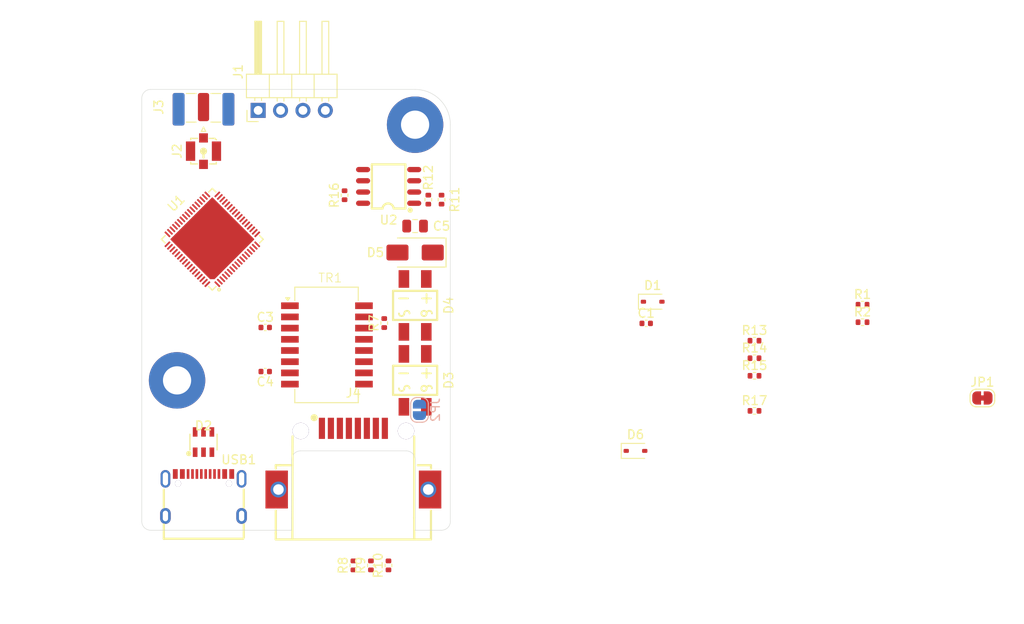
<source format=kicad_pcb>
(kicad_pcb (version 20240108) (generator "pcbnew") (generator_version "8.0")
  (layers (0 "F.Cu" signal) (31 "B.Cu" signal) (34 "B.Paste" user) (35 "F.Paste" user) (36 "B.SilkS" user "B.Silkscreen") (37 "F.SilkS" user "F.Silkscreen") (38 "B.Mask" user) (39 "F.Mask" user) (44 "Edge.Cuts" user))
  (net 0 "")
  (net 8 "Net-(U1-VDD-Pad32)")
  (net 24 "Net-(U1-VIO-Pad17)")
  (net 36 "Net-(U1-VSS-Pad18)")
  (net 72 "GND")
  (net 73 "+3V3")
  (net 74 "/Ethernet and POE/ETH_POE_P")
  (net 75 "/Ethernet and POE/ETH_POE_N")
  (net 76 "/Ethernet and POE/ETH_TX1")
  (net 77 "/Ethernet and POE/ETH_RX1")
  (net 78 "/Ethernet and POE/V_POE")
  (net 79 "SHIELD")
  (net 80 "/Ethernet and POE/ETH_D_ISO_TX_N")
  (net 81 "/Ethernet and POE/ETH_D_ISO_TX_P")
  (net 82 "/Ethernet and POE/ETH_D_ISO_RX_N")
  (net 83 "/Ethernet and POE/ETH_D_ISO_RX_P")
  (net 84 "Net-(USB1-CC2)")
  (net 85 "Net-(USB1-CC1)")
  (net 86 "/Ethernet and POE/ETH_D_TX_N")
  (net 87 "/Ethernet and POE/ETH_D_TX_P")
  (net 88 "/Ethernet and POE/ETH_D_RX_P")
  (net 89 "/Ethernet and POE/ETH_D_RX_N")
  (net 91 "+5V_USB")
  (net 94 "/USB_D_CONN_N")
  (net 95 "/USB_D_CONN_P")
  (net 96 "/USB_D_N")
  (net 97 "/USB_D_P")
  (net 99 "/Ethernet and POE/ETH_RX2")
  (net 100 "/Ethernet and POE/ETH_TX2")
  (net 106 "/Ethernet and POE/POE_READY")
  (net 109 "/Ethernet and POE/ETH_POE_DET")
  (net 110 "/Ethernet and POE/ETH_POE_CLASS")
  (net 111 "/Power/V_POE")
  (net 112 "/Ethernet and POE/ETH_BOB_SMITH")
  (footprint "Resistor_SMD:R_0402_1005Metric" (layer "F.Cu") (at 154 133.99 90)
    (property "Reference" "R8" (at 0 -1.17 90) (layer "F.SilkS"))
    (property "Value" "75")
    (fp_line (start -0.153641 -0.38) (end 0.153641 -0.38) (stroke (width 0.12)) (layer "F.SilkS"))
    (fp_line (start -0.153641 0.38) (end 0.153641 0.38) (stroke (width 0.12)) (layer "F.SilkS"))
    (pad "1" smd roundrect (at -0.51 0 90) (size 0.54 0.64) (layers "F.Cu" "F.Paste" "F.Mask") (net 100 "/Ethernet and POE/ETH_TX2"))
    (pad "2" smd roundrect (at 0.51 0 90) (size 0.54 0.64) (layers "F.Cu" "F.Paste" "F.Mask") (net 112 "/Ethernet and POE/ETH_BOB_SMITH"))
  )
  (footprint "Diode_SMD:D_SOD-323" (layer "F.Cu") (at 187.95 104.08)
    (property "Reference" "D1" (at 0 -1.85 0) (layer "F.SilkS"))
    (property "Value" "D_Schottky")
    (fp_line (start -1.61 -0.85) (end -1.61 0.85) (stroke (width 0.12)) (layer "F.SilkS"))
    (fp_line (start -1.61 -0.85) (end 1.05 -0.85) (stroke (width 0.12)) (layer "F.SilkS"))
    (fp_line (start -1.61 0.85) (end 1.05 0.85) (stroke (width 0.12)) (layer "F.SilkS"))
    (pad "1" smd roundrect (at -1.05 0) (size 0.6 0.45) (layers "F.Cu" "F.Paste" "F.Mask"))
    (pad "2" smd roundrect (at 1.05 0) (size 0.6 0.45) (layers "F.Cu" "F.Paste" "F.Mask"))
  )
  (footprint "MountingHole:MountingHole_3.2mm_M3_Pad" (layer "F.Cu") (at 161 84)
    (property "Reference" "H1" (hide yes))
    (property "Value" "MountingHole_Pad")
    (pad "1" thru_hole circle (at 0 0) (size 6.4 6.4) (drill 3.2) (layers "*.Cu" "*.Mask"))
  )
  (footprint "Resistor_SMD:R_0402_1005Metric" (layer "F.Cu") (at 199.5 110.49)
    (property "Reference" "R14" (at 0 -1.17 0) (layer "F.SilkS"))
    (property "Value" "49.9")
    (fp_line (start -0.153641 -0.38) (end 0.153641 -0.38) (stroke (width 0.12)) (layer "F.SilkS"))
    (fp_line (start -0.153641 0.38) (end 0.153641 0.38) (stroke (width 0.12)) (layer "F.SilkS"))
    (pad "1" smd roundrect (at -0.51 0) (size 0.54 0.64) (layers "F.Cu" "F.Paste" "F.Mask"))
    (pad "2" smd roundrect (at 0.51 0) (size 0.54 0.64) (layers "F.Cu" "F.Paste" "F.Mask"))
  )
  (footprint "uPTP:SOP-8_L4.9-W3.9-P1.27-LS6.0-TL" (layer "F.Cu") (at 158 91 180)
    (property "Reference" "U2" (at 0 -3.81 360) (layer "F.SilkS"))
    (property "Value" "TMI7301")
    (fp_line (start 1.9 2.5) (end 1.9 -2.5) (stroke (width 0.25)) (layer "F.SilkS"))
    (fp_line (start 1.9 -2.5) (end 0.71 -2.5) (stroke (width 0.25)) (layer "F.SilkS"))
    (fp_line (start -1.9 2.5) (end 1.9 2.5) (stroke (width 0.25)) (layer "F.SilkS"))
    (fp_line (start -1.9 2.5) (end -1.9 -2.5) (stroke (width 0.25)) (layer "F.SilkS"))
    (fp_line (start -1.9 -2.51) (end -0.58 -2.5) (stroke (width 0.25)) (layer "F.SilkS"))
    (fp_arc (start 0.702535 -2.510365) (mid 0.070261 -1.933784) (end -0.58 -2.49) (stroke (width 0.25)) (layer "F.SilkS"))
    (fp_arc (start -2.44 -2.69) (mid -2.44 -2.69) (end -2.44 -2.69) (stroke (width 0.3)) (layer "F.SilkS"))
    (pad "1" smd oval (at -2.9 -1.91 270) (size 0.6 1.6) (layers "F.Cu" "F.Paste" "F.Mask") (net 75 "/Ethernet and POE/ETH_POE_N"))
    (pad "2" smd oval (at -2.9 -0.64 270) (size 0.6 1.6) (layers "F.Cu" "F.Paste" "F.Mask") (net 110 "/Ethernet and POE/ETH_POE_CLASS"))
    (pad "3" smd oval (at -2.9 0.64 270) (size 0.6 1.6) (layers "F.Cu" "F.Paste" "F.Mask") (net 109 "/Ethernet and POE/ETH_POE_DET"))
    (pad "4" smd oval (at -2.9 1.91 270) (size 0.6 1.6) (layers "F.Cu" "F.Paste" "F.Mask") (net 75 "/Ethernet and POE/ETH_POE_N"))
    (pad "5" smd oval (at 2.9 1.91 270) (size 0.6 1.6) (layers "F.Cu" "F.Paste" "F.Mask") (net 72 "GND"))
    (pad "6" smd oval (at 2.9 0.64 270) (size 0.6 1.6) (layers "F.Cu" "F.Paste" "F.Mask") (net 106 "/Ethernet and POE/POE_READY"))
    (pad "7" smd oval (at 2.9 -0.64 270) (size 0.6 1.6) (layers "F.Cu" "F.Paste" "F.Mask"))
    (pad "8" smd oval (at 2.9 -1.91 270) (size 0.6 1.6) (layers "F.Cu" "F.Paste" "F.Mask") (net 74 "/Ethernet and POE/ETH_POE_P"))
  )
  (footprint "MountingHole:MountingHole_3.2mm_M3_Pad" (layer "F.Cu") (at 134 113)
    (property "Reference" "H2" (hide yes))
    (property "Value" "MountingHole_Pad")
    (pad "1" thru_hole circle (at 0 0) (size 6.4 6.4) (drill 3.2) (layers "*.Cu" "*.Mask"))
  )
  (footprint "Resistor_SMD:R_0402_1005Metric" (layer "F.Cu") (at 211.755 104.414999)
    (property "Reference" "R1" (at 0 -1.17 0) (layer "F.SilkS"))
    (property "Value" "5.1k")
    (fp_line (start -0.153641 -0.38) (end 0.153641 -0.38) (stroke (width 0.12)) (layer "F.SilkS"))
    (fp_line (start -0.153641 0.38) (end 0.153641 0.38) (stroke (width 0.12)) (layer "F.SilkS"))
    (pad "1" smd roundrect (at -0.51 0) (size 0.54 0.64) (layers "F.Cu" "F.Paste" "F.Mask") (net 84 "Net-(USB1-CC2)"))
    (pad "2" smd roundrect (at 0.51 0) (size 0.54 0.64) (layers "F.Cu" "F.Paste" "F.Mask") (net 72 "GND"))
  )
  (footprint "Capacitor_SMD:C_0402_1005Metric" (layer "F.Cu") (at 144 107)
    (property "Reference" "C3" (at 0 -1.16 0) (layer "F.SilkS"))
    (property "Value" "100n")
    (fp_line (start -0.107836 -0.36) (end 0.107836 -0.36) (stroke (width 0.12)) (layer "F.SilkS"))
    (fp_line (start -0.107836 0.36) (end 0.107836 0.36) (stroke (width 0.12)) (layer "F.SilkS"))
    (pad "1" smd roundrect (at -0.48 0) (size 0.56 0.62) (layers "F.Cu" "F.Paste" "F.Mask") (net 73 "+3V3"))
    (pad "2" smd roundrect (at 0.48 0) (size 0.56 0.62) (layers "F.Cu" "F.Paste" "F.Mask") (net 72 "GND"))
  )
  (footprint "uPTP:B1608S" (layer "F.Cu") (at 151 109)
    (property "Reference" "TR1" (at 0.375 -7.62 0) (layer "F.SilkS") (effects (font (thickness 0.1))))
    (property "Value" "~")
    (fp_line (start -3.645 -6.57) (end 3.555 -6.57) (stroke (width 0.12)) (layer "F.SilkS"))
    (fp_line (start -3.645 -5.045) (end -3.645 -6.57) (stroke (width 0.12)) (layer "F.SilkS"))
    (fp_line (start -3.645 5.005) (end -3.645 6.53) (stroke (width 0.12)) (layer "F.SilkS"))
    (fp_line (start -3.645 6.53) (end 3.555 6.53) (stroke (width 0.12)) (layer "F.SilkS"))
    (fp_line (start 3.555 -6.57) (end 3.555 -5.045) (stroke (width 0.12)) (layer "F.SilkS"))
    (fp_line (start 3.555 6.53) (end 3.555 5.005) (stroke (width 0.12)) (layer "F.SilkS"))
    (fp_poly (pts (xy -4.445 -5.045) (xy -4.685 -5.375) (xy -4.205 -5.375) (xy -4.445 -5.045)) (stroke (width 0.12)) (fill solid) (layer "F.SilkS"))
    (pad "1" smd rect (at -4.2 -4.465) (size 2 0.76) (layers "F.Cu" "F.Paste" "F.Mask") (net 87 "/Ethernet and POE/ETH_D_TX_P"))
    (pad "2" smd rect (at -4.2 -3.195) (size 2 0.76) (layers "F.Cu" "F.Paste" "F.Mask") (net 73 "+3V3"))
    (pad "3" smd rect (at -4.2 -1.925) (size 2 0.76) (layers "F.Cu" "F.Paste" "F.Mask") (net 86 "/Ethernet and POE/ETH_D_TX_N"))
    (pad "4" smd rect (at -4.2 -0.655) (size 2 0.76) (layers "F.Cu" "F.Paste" "F.Mask"))
    (pad "5" smd rect (at -4.2 0.615) (size 2 0.76) (layers "F.Cu" "F.Paste" "F.Mask"))
    (pad "6" smd rect (at -4.2 1.885) (size 2 0.76) (layers "F.Cu" "F.Paste" "F.Mask") (net 88 "/Ethernet and POE/ETH_D_RX_P"))
    (pad "7" smd rect (at -4.2 3.155) (size 2 0.76) (layers "F.Cu" "F.Paste" "F.Mask") (net 73 "+3V3"))
    (pad "8" smd rect (at -4.2 4.425) (size 2 0.76) (layers "F.Cu" "F.Paste" "F.Mask") (net 89 "/Ethernet and POE/ETH_D_RX_N"))
    (pad "9" smd rect (at 4.2 4.425) (size 2 0.76) (layers "F.Cu" "F.Paste" "F.Mask") (net 82 "/Ethernet and POE/ETH_D_ISO_RX_N"))
    (pad "10" smd rect (at 4.2 3.155) (size 2 0.76) (layers "F.Cu" "F.Paste" "F.Mask") (net 77 "/Ethernet and POE/ETH_RX1"))
    (pad "11" smd rect (at 4.2 1.885) (size 2 0.76) (layers "F.Cu" "F.Paste" "F.Mask") (net 83 "/Ethernet and POE/ETH_D_ISO_RX_P"))
    (pad "12" smd rect (at 4.2 0.615) (size 2 0.76) (layers "F.Cu" "F.Paste" "F.Mask"))
    (pad "13" smd rect (at 4.2 -0.655) (size 2 0.76) (layers "F.Cu" "F.Paste" "F.Mask"))
    (pad "14" smd rect (at 4.2 -1.925) (size 2 0.76) (layers "F.Cu" "F.Paste" "F.Mask") (net 80 "/Ethernet and POE/ETH_D_ISO_TX_N"))
    (pad "15" smd rect (at 4.2 -3.195) (size 2 0.76) (layers "F.Cu" "F.Paste" "F.Mask") (net 76 "/Ethernet and POE/ETH_TX1"))
    (pad "16" smd rect (at 4.2 -4.465) (size 2 0.76) (layers "F.Cu" "F.Paste" "F.Mask") (net 81 "/Ethernet and POE/ETH_D_ISO_TX_P"))
  )
  (footprint "Connector_Coaxial:SMA_Samtec_SMA-J-P-H-ST-EM1_EdgeMount" (layer "F.Cu") (at 137 82 90)
    (property "Reference" "J3" (at 0 -5.08 90) (layer "F.SilkS"))
    (property "Value" "PPS_SMA")
    (fp_line (start 1.54 -0.84) (end 1.54 -1.95) (stroke (width 0.12)) (layer "F.SilkS"))
    (fp_line (start -1.71 -0.84) (end -1.71 -1.95) (stroke (width 0.12)) (layer "F.SilkS"))
    (fp_line (start -2.76 -0.25) (end -2.76 0.25) (stroke (width 0.12)) (layer "F.SilkS"))
    (fp_line (start -2.26 0) (end -2.76 -0.25) (stroke (width 0.12)) (layer "F.SilkS"))
    (fp_line (start -2.76 0.25) (end -2.26 0) (stroke (width 0.12)) (layer "F.SilkS"))
    (fp_line (start 1.54 1.95) (end 1.54 0.84) (stroke (width 0.12)) (layer "F.SilkS"))
    (fp_line (start -1.71 1.95) (end -1.71 0.84) (stroke (width 0.12)) (layer "F.SilkS"))
    (pad "1" smd roundrect (at 0 0 180) (size 1.27 3.2) (layers "F.Cu" "F.Mask") (roundrect_rratio 0.1968503937))
    (pad "2" smd roundrect (at -0.25 -2.825 180) (size 1.35 3.7) (layers "F.Cu" "F.Mask") (roundrect_rratio 0.1851851852))
    (pad "2" smd roundrect (at -0.25 -2.825 180) (size 1.35 3.7) (layers "B.Cu" "B.Mask") (roundrect_rratio 0.1851851852))
    (pad "2" smd roundrect (at -0.25 2.825 180) (size 1.35 3.7) (layers "F.Cu" "F.Mask") (roundrect_rratio 0.1851851852))
    (pad "2" smd roundrect (at -0.25 2.825 180) (size 1.35 3.7) (layers "B.Cu" "B.Mask") (roundrect_rratio 0.1851851852))
  )
  (footprint "Resistor_SMD:R_0402_1005Metric" (layer "F.Cu") (at 155.99 133.99 90)
    (property "Reference" "R9" (at 0 -1.17 90) (layer "F.SilkS"))
    (property "Value" "75")
    (fp_line (start -0.153641 -0.38) (end 0.153641 -0.38) (stroke (width 0.12)) (layer "F.SilkS"))
    (fp_line (start -0.153641 0.38) (end 0.153641 0.38) (stroke (width 0.12)) (layer "F.SilkS"))
    (pad "1" smd roundrect (at -0.51 0 90) (size 0.54 0.64) (layers "F.Cu" "F.Paste" "F.Mask") (net 76 "/Ethernet and POE/ETH_TX1"))
    (pad "2" smd roundrect (at 0.51 0 90) (size 0.54 0.64) (layers "F.Cu" "F.Paste" "F.Mask") (net 112 "/Ethernet and POE/ETH_BOB_SMITH"))
  )
  (footprint "uPTP:SOT-23-6_L2.9-W1.6-P0.95-LS2.8-BL" (layer "F.Cu") (at 137 120)
    (property "Reference" "D2" (at 0 -1.85 0) (layer "F.SilkS"))
    (property "Value" "USBLC6-2SC6")
    (fp_line (start -1.54 0.89) (end -1.54 -0.89) (stroke (width 0.15)) (layer "F.SilkS"))
    (fp_line (start 1.54 0.89) (end 1.54 -0.89) (stroke (width 0.15)) (layer "F.SilkS"))
    (fp_circle (center -1.67 1.3) (end -1.52 1.3) (stroke (width 0.3)) (fill none) (layer "F.SilkS"))
    (pad "1" smd rect (at -0.95 1.15) (size 0.53 1.07) (layers "F.Cu" "F.Paste" "F.Mask") (net 94 "/USB_D_CONN_N"))
    (pad "2" smd rect (at 0 1.15) (size 0.53 1.07) (layers "F.Cu" "F.Paste" "F.Mask") (net 72 "GND"))
    (pad "3" smd rect (at 0.95 1.15) (size 0.53 1.07) (layers "F.Cu" "F.Paste" "F.Mask") (net 95 "/USB_D_CONN_P"))
    (pad "4" smd rect (at 0.95 -1.15) (size 0.53 1.07) (layers "F.Cu" "F.Paste" "F.Mask") (net 97 "/USB_D_P"))
    (pad "5" smd rect (at 0 -1.15) (size 0.53 1.07) (layers "F.Cu" "F.Paste" "F.Mask") (net 91 "+5V_USB"))
    (pad "6" smd rect (at -0.95 -1.15) (size 0.53 1.07) (layers "F.Cu" "F.Paste" "F.Mask") (net 96 "/USB_D_N"))
  )
  (footprint "Resistor_SMD:R_0402_1005Metric" (layer "F.Cu") (at 162.5 92.5 -90)
    (property "Reference" "R12" (at -2.5 0 90) (layer "F.SilkS"))
    (property "Value" "1k")
    (fp_line (start -0.153641 0.38) (end 0.153641 0.38) (stroke (width 0.12)) (layer "F.SilkS"))
    (fp_line (start -0.153641 -0.38) (end 0.153641 -0.38) (stroke (width 0.12)) (layer "F.SilkS"))
    (pad "1" smd roundrect (at -0.51 0 270) (size 0.54 0.64) (layers "F.Cu" "F.Paste" "F.Mask") (net 110 "/Ethernet and POE/ETH_POE_CLASS"))
    (pad "2" smd roundrect (at 0.51 0 270) (size 0.54 0.64) (layers "F.Cu" "F.Paste" "F.Mask") (net 75 "/Ethernet and POE/ETH_POE_N"))
  )
  (footprint "uPTP:IPEX-SMD_HC-RF-IPEX0303-01" (layer "F.Cu") (at 137 87)
    (property "Reference" "J2" (at -3 0 90) (layer "F.SilkS"))
    (property "Value" "PPS_UFL")
    (fp_line (start -1.45 -1.45) (end -1.4 -1.45) (stroke (width 0.15)) (layer "F.SilkS"))
    (fp_line (start -1.45 -1.4) (end -1.45 -1.45) (stroke (width 0.15)) (layer "F.SilkS"))
    (fp_line (start -1.45 -1.28) (end -1.45 -1.4) (stroke (width 0.15)) (layer "F.SilkS"))
    (fp_line (start -1.45 1.3) (end -1.45 1.28) (stroke (width 0.15)) (layer "F.SilkS"))
    (fp_line (start -1.45 1.3) (end -1.45 1.45) (stroke (width 0.15)) (layer "F.SilkS"))
    (fp_line (start -1.45 1.45) (end -0.7 1.45) (stroke (width 0.15)) (layer "F.SilkS"))
    (fp_line (start -0.68 -1.45) (end -1.4 -1.45) (stroke (width 0.15)) (layer "F.SilkS"))
    (fp_line (start 0 0.3) (end 0 0.75) (stroke (width 0.25)) (layer "F.SilkS"))
    (fp_line (start 0.65 -1.45) (end 1.1 -1.45) (stroke (width 0.15)) (layer "F.SilkS"))
    (fp_line (start 0.7 1.45) (end 1.1 1.45) (stroke (width 0.15)) (layer "F.SilkS"))
    (fp_line (start 1.1 -1.45) (end 1.28 -1.45) (stroke (width 0.15)) (layer "F.SilkS"))
    (fp_line (start 1.1 1.45) (end 1.45 1.45) (stroke (width 0.15)) (layer "F.SilkS"))
    (fp_line (start 1.28 -1.45) (end 1.45 -1.28) (stroke (width 0.15)) (layer "F.SilkS"))
    (fp_line (start 1.45 -1.28) (end 1.28 -1.45) (stroke (width 0.15)) (layer "F.SilkS"))
    (fp_line (start 1.45 -1.28) (end 1.45 -1.28) (stroke (width 0.15)) (layer "F.SilkS"))
    (fp_line (start 1.45 1.3) (end 1.45 1.28) (stroke (width 0.15)) (layer "F.SilkS"))
    (fp_line (start 1.45 1.45) (end 1.45 1.3) (stroke (width 0.15)) (layer "F.SilkS"))
    (fp_circle (center 0 0) (end 0.2 0) (stroke (width 0.4)) (fill none) (layer "F.SilkS"))
    (pad "1" smd rect (at 0 -1.5 180) (size 1 1.05) (layers "F.Cu" "F.Paste" "F.Mask"))
    (pad "1" smd rect (at 0 1.5) (size 1 1.05) (layers "F.Cu" "F.Paste" "F.Mask"))
    (pad "2" smd rect (at -1.47 0) (size 1.05 2.2) (layers "F.Cu" "F.Paste" "F.Mask"))
    (pad "2" smd rect (at 1.47 0) (size 1.05 2.2) (layers "F.Cu" "F.Paste" "F.Mask"))
  )
  (footprint "uPTP:DIO-BG-SMD_4P-L4.9-W4.0-P2.54-LS7.0-BR" (layer "F.Cu") (at 161 113 -90)
    (property "Reference" "D3" (at 0 -3.81 90) (layer "F.SilkS"))
    (property "Value" "MB10F_C2491")
    (fp_line (start -1.65 2.5) (end -1.65 -2.5) (stroke (width 0.25)) (layer "F.SilkS"))
    (fp_line (start 1.65 2.5) (end -1.65 2.5) (stroke (width 0.25)) (layer "F.SilkS"))
    (fp_line (start -0.8 1.8) (end -0.8 0.8) (stroke (width 0.2)) (layer "F.SilkS"))
    (fp_line (start -0.8 -0.8) (end -0.8 -1.8) (stroke (width 0.2)) (layer "F.SilkS"))
    (fp_line (start -0.3 -1.3) (end -1.3 -1.3) (stroke (width 0.2)) (layer "F.SilkS"))
    (fp_line (start -1.65 -2.5) (end 1.65 -2.5) (stroke (width 0.25)) (layer "F.SilkS"))
    (fp_line (start 1.65 -2.5) (end 1.65 2.5) (stroke (width 0.25)) (layer "F.SilkS"))
    (fp_arc (start 0.91 1.23) (mid 1.21 1.53) (end 0.91 1.83) (stroke (width 0.2)) (layer "F.SilkS"))
    (fp_arc (start 0.91 1.23) (mid 0.61 0.93) (end 0.91 0.63) (stroke (width 0.2)) (layer "F.SilkS"))
    (fp_arc (start 0.915236 -1.309954) (mid 0.907382 -0.710012) (end 0.91 -1.31) (stroke (width 0.2)) (layer "F.SilkS"))
    (fp_arc (start 0.91 -1.31) (mid 0.61 -1.61) (end 0.91 -1.91) (stroke (width 0.2)) (layer "F.SilkS"))
    (pad "1" smd rect (at -3 -1.27) (size 1.2 2) (layers "F.Cu" "F.Paste" "F.Mask") (net 74 "/Ethernet and POE/ETH_POE_P"))
    (pad "2" smd rect (at 3 -1.27) (size 1.2 2) (layers "F.Cu" "F.Paste" "F.Mask") (net 76 "/Ethernet and POE/ETH_TX1"))
    (pad "3" smd rect (at -3 1.27) (size 1.2 2) (layers "F.Cu" "F.Paste" "F.Mask") (net 75 "/Ethernet and POE/ETH_POE_N"))
    (pad "4" smd rect (at 3 1.27) (size 1.2 2) (layers "F.Cu" "F.Paste" "F.Mask") (net 100 "/Ethernet and POE/ETH_TX2"))
  )
  (footprint "Jumper:SolderJumper-2_P1.3mm_Bridged_RoundedPad1.0x1.5mm" (layer "F.Cu") (at 225.35 115)
    (property "Reference" "JP1" (at 0 -1.8 0) (layer "F.SilkS"))
    (property "Value" "POE_ENABLE")
    (fp_poly (pts (xy 0.25 -0.3) (xy -0.25 -0.3) (xy -0.25 0.3) (xy 0.25 0.3)) (fill solid) (layer "F.Cu"))
    (fp_line (start -1.4 0.3) (end -1.4 -0.3) (stroke (width 0.12)) (layer "F.SilkS"))
    (fp_line (start -0.7 -1) (end 0.7 -1) (stroke (width 0.12)) (layer "F.SilkS"))
    (fp_line (start 0.7 1) (end -0.7 1) (stroke (width 0.12)) (layer "F.SilkS"))
    (fp_line (start 1.4 -0.3) (end 1.4 0.3) (stroke (width 0.12)) (layer "F.SilkS"))
    (fp_arc (start -1.4 -0.3) (mid -1.194975 -0.794975) (end -0.7 -1) (stroke (width 0.12)) (layer "F.SilkS"))
    (fp_arc (start -0.7 1) (mid -1.194975 0.794975) (end -1.4 0.3) (stroke (width 0.12)) (layer "F.SilkS"))
    (fp_arc (start 0.7 -1) (mid 1.194975 -0.794975) (end 1.4 -0.3) (stroke (width 0.12)) (layer "F.SilkS"))
    (fp_arc (start 1.4 0.3) (mid 1.194975 0.794975) (end 0.7 1) (stroke (width 0.12)) (layer "F.SilkS"))
    (pad "1" smd custom (at -0.65 0) (size 1 0.5) (layers "F.Cu" "F.Mask") (net 78 "/Ethernet and POE/V_POE") (options (clearance outline) (anchor rect)) (primitives (gr_circle (center 0 0.25) (end 0.5 0.25) (width 0) (fill yes)) (gr_circle (center 0 -0.25) (end 0.5 -0.25) (width 0) (fill yes)) (gr_poly (pts (xy 0.5 0.75) (xy 0 0.75) (xy 0 -0.75) (xy 0.5 -0.75)) (width 0) (fill yes))))
    (pad "2" smd custom (at 0.65 0) (size 1 0.5) (layers "F.Cu" "F.Mask") (net 111 "/Power/V_POE") (options (clearance outline) (anchor rect)) (primitives (gr_circle (center 0 0.25) (end 0.5 0.25) (width 0) (fill yes)) (gr_circle (center 0 -0.25) (end 0.5 -0.25) (width 0) (fill yes)) (gr_poly (pts (xy 0 0.75) (xy -0.5 0.75) (xy -0.5 -0.75) (xy 0 -0.75)) (width 0) (fill yes))))
  )
  (footprint "Resistor_SMD:R_0402_1005Metric" (layer "F.Cu") (at 199.5 116.46)
    (property "Reference" "R17" (at 0 -1.17 0) (layer "F.SilkS"))
    (property "Value" "49.9")
    (fp_line (start -0.153641 -0.38) (end 0.153641 -0.38) (stroke (width 0.12)) (layer "F.SilkS"))
    (fp_line (start -0.153641 0.38) (end 0.153641 0.38) (stroke (width 0.12)) (layer "F.SilkS"))
    (pad "1" smd roundrect (at -0.51 0) (size 0.54 0.64) (layers "F.Cu" "F.Paste" "F.Mask"))
    (pad "2" smd roundrect (at 0.51 0) (size 0.54 0.64) (layers "F.Cu" "F.Paste" "F.Mask"))
  )
  (footprint "Resistor_SMD:R_0402_1005Metric" (layer "F.Cu") (at 157.98 133.99 90)
    (property "Reference" "R10" (at 0 -1.17 90) (layer "F.SilkS"))
    (property "Value" "75")
    (fp_line (start -0.153641 -0.38) (end 0.153641 -0.38) (stroke (width 0.12)) (layer "F.SilkS"))
    (fp_line (start -0.153641 0.38) (end 0.153641 0.38) (stroke (width 0.12)) (layer "F.SilkS"))
    (pad "1" smd roundrect (at -0.51 0 90) (size 0.54 0.64) (layers "F.Cu" "F.Paste" "F.Mask") (net 77 "/Ethernet and POE/ETH_RX1"))
    (pad "2" smd roundrect (at 0.51 0 90) (size 0.54 0.64) (layers "F.Cu" "F.Paste" "F.Mask") (net 112 "/Ethernet and POE/ETH_BOB_SMITH"))
  )
  (footprint "Connector_PinHeader_2.54mm:PinHeader_1x04_P2.54mm_Horizontal" (layer "F.Cu") (at 143.2 82.375 90)
    (property "Reference" "J1" (at 4.385 -2.27 90) (layer "F.SilkS"))
    (property "Value" "Conn_01x04_Pin")
    (fp_line (start 4.1 -1.33) (end 1.44 -1.33) (stroke (width 0.12)) (layer "F.SilkS"))
    (fp_line (start 1.44 -1.33) (end 1.44 8.95) (stroke (width 0.12)) (layer "F.SilkS"))
    (fp_line (start -1.27 -1.27) (end 0 -1.27) (stroke (width 0.12)) (layer "F.SilkS"))
    (fp_line (start 10.1 -0.38) (end 10.1 0.38) (stroke (width 0.12)) (layer "F.SilkS"))
    (fp_line (start 4.1 -0.38) (end 10.1 -0.38) (stroke (width 0.12)) (layer "F.SilkS"))
    (fp_line (start 1.11 -0.38) (end 1.44 -0.38) (stroke (width 0.12)) (layer "F.SilkS"))
    (fp_line (start 4.1 -0.32) (end 10.1 -0.32) (stroke (width 0.12)) (layer "F.SilkS"))
    (fp_line (start 4.1 -0.2) (end 10.1 -0.2) (stroke (width 0.12)) (layer "F.SilkS"))
    (fp_line (start 4.1 -0.08) (end 10.1 -0.08) (stroke (width 0.12)) (layer "F.SilkS"))
    (fp_line (start -1.27 0) (end -1.27 -1.27) (stroke (width 0.12)) (layer "F.SilkS"))
    (fp_line (start 4.1 0.04) (end 10.1 0.04) (stroke (width 0.12)) (layer "F.SilkS"))
    (fp_line (start 4.1 0.16) (end 10.1 0.16) (stroke (width 0.12)) (layer "F.SilkS"))
    (fp_line (start 4.1 0.28) (end 10.1 0.28) (stroke (width 0.12)) (layer "F.SilkS"))
    (fp_line (start 10.1 0.38) (end 4.1 0.38) (stroke (width 0.12)) (layer "F.SilkS"))
    (fp_line (start 1.11 0.38) (end 1.44 0.38) (stroke (width 0.12)) (layer "F.SilkS"))
    (fp_line (start 1.44 1.27) (end 4.1 1.27) (stroke (width 0.12)) (layer "F.SilkS"))
    (fp_line (start 10.1 2.16) (end 10.1 2.92) (stroke (width 0.12)) (layer "F.SilkS"))
    (fp_line (start 4.1 2.16) (end 10.1 2.16) (stroke (width 0.12)) (layer "F.SilkS"))
    (fp_line (start 1.042929 2.16) (end 1.44 2.16) (stroke (width 0.12)) (layer "F.SilkS"))
    (fp_line (start 10.1 2.92) (end 4.1 2.92) (stroke (width 0.12)) (layer "F.SilkS"))
    (fp_line (start 1.042929 2.92) (end 1.44 2.92) (stroke (width 0.12)) (layer "F.SilkS"))
    (fp_line (start 1.44 3.81) (end 4.1 3.81) (stroke (width 0.12)) (layer "F.SilkS"))
    (fp_line (start 10.1 4.7) (end 10.1 5.46) (stroke (width 0.12)) (layer "F.SilkS"))
    (fp_line (start 4.1 4.7) (end 10.1 4.7) (stroke (width 0.12)) (layer "F.SilkS"))
    (fp_line (start 1.042929 4.7) (end 1.44 4.7) (stroke (width 0.12)) (layer "F.SilkS"))
    (fp_line (start 10.1 5.46) (end 4.1 5.46) (stroke (width 0.12)) (layer "F.SilkS"))
    (fp_line (start 1.042929 5.46) (end 1.44 5.46) (stroke (width 0.12)) (layer "F.SilkS"))
    (fp_line (start 1.44 6.35) (end 4.1 6.35) (stroke (width 0.12)) (layer "F.SilkS"))
    (fp_line (start 10.1 7.24) (end 10.1 8) (stroke (width 0.12)) (layer "F.SilkS"))
    (fp_line (start 4.1 7.24) (end 10.1 7.24) (stroke (width 0.12)) (layer "F.SilkS"))
    (fp_line (start 1.042929 7.24) (end 1.44 7.24) (stroke (width 0.12)) (layer "F.SilkS"))
    (fp_line (start 10.1 8) (end 4.1 8) (stroke (width 0.12)) (layer "F.SilkS"))
    (fp_line (start 1.042929 8) (end 1.44 8) (stroke (width 0.12)) (layer "F.SilkS"))
    (fp_line (start 4.1 8.95) (end 4.1 -1.33) (stroke (width 0.12)) (layer "F.SilkS"))
    (fp_line (start 1.44 8.95) (end 4.1 8.95) (stroke (width 0.12)) (layer "F.SilkS"))
    (pad "1" thru_hole rect (at 0 0 90) (size 1.7 1.7) (drill 1) (layers "*.Cu" "*.Mask"))
    (pad "2" thru_hole oval (at 0 2.54 90) (size 1.7 1.7) (drill 1) (layers "*.Cu" "*.Mask"))
    (pad "3" thru_hole oval (at 0 5.08 90) (size 1.7 1.7) (drill 1) (layers "*.Cu" "*.Mask"))
    (pad "4" thru_hole oval (at 0 7.62 90) (size 1.7 1.7) (drill 1) (layers "*.Cu" "*.Mask"))
  )
  (footprint "uPTP:DIO-BG-SMD_4P-L4.9-W4.0-P2.54-LS7.0-BR" (layer "F.Cu") (at 161 104.5 -90)
    (property "Reference" "D4" (at 0 -3.81 90) (layer "F.SilkS"))
    (property "Value" "MB10F_C2491")
    (fp_line (start -1.65 2.5) (end -1.65 -2.5) (stroke (width 0.25)) (layer "F.SilkS"))
    (fp_line (start 1.65 2.5) (end -1.65 2.5) (stroke (width 0.25)) (layer "F.SilkS"))
    (fp_line (start -0.8 1.8) (end -0.8 0.8) (stroke (width 0.2)) (layer "F.SilkS"))
    (fp_line (start -0.8 -0.8) (end -0.8 -1.8) (stroke (width 0.2)) (layer "F.SilkS"))
    (fp_line (start -0.3 -1.3) (end -1.3 -1.3) (stroke (width 0.2)) (layer "F.SilkS"))
    (fp_line (start -1.65 -2.5) (end 1.65 -2.5) (stroke (width 0.25)) (layer "F.SilkS"))
    (fp_line (start 1.65 -2.5) (end 1.65 2.5) (stroke (width 0.25)) (layer "F.SilkS"))
    (fp_arc (start 0.91 1.23) (mid 1.21 1.53) (end 0.91 1.83) (stroke (width 0.2)) (layer "F.SilkS"))
    (fp_arc (start 0.91 1.23) (mid 0.61 0.93) (end 0.91 0.63) (stroke (width 0.2)) (layer "F.SilkS"))
    (fp_arc (start 0.915236 -1.309954) (mid 0.907382 -0.710012) (end 0.91 -1.31) (stroke (width 0.2)) (layer "F.SilkS"))
    (fp_arc (start 0.91 -1.31) (mid 0.61 -1.61) (end 0.91 -1.91) (stroke (width 0.2)) (layer "F.SilkS"))
    (pad "1" smd rect (at -3 -1.27) (size 1.2 2) (layers "F.Cu" "F.Paste" "F.Mask") (net 74 "/Ethernet and POE/ETH_POE_P"))
    (pad "2" smd rect (at 3 -1.27) (size 1.2 2) (layers "F.Cu" "F.Paste" "F.Mask") (net 99 "/Ethernet and POE/ETH_RX2"))
    (pad "3" smd rect (at -3 1.27) (size 1.2 2) (layers "F.Cu" "F.Paste" "F.Mask") (net 75 "/Ethernet and POE/ETH_POE_N"))
    (pad "4" smd rect (at 3 1.27) (size 1.2 2) (layers "F.Cu" "F.Paste" "F.Mask") (net 77 "/Ethernet and POE/ETH_RX1"))
  )
  (footprint "Resistor_SMD:R_0402_1005Metric" (layer "F.Cu") (at 199.5 112.48)
    (property "Reference" "R15" (at 0 -1.17 0) (layer "F.SilkS"))
    (property "Value" "49.9")
    (fp_line (start -0.153641 -0.38) (end 0.153641 -0.38) (stroke (width 0.12)) (layer "F.SilkS"))
    (fp_line (start -0.153641 0.38) (end 0.153641 0.38) (stroke (width 0.12)) (layer "F.SilkS"))
    (pad "1" smd roundrect (at -0.51 0) (size 0.54 0.64) (layers "F.Cu" "F.Paste" "F.Mask"))
    (pad "2" smd roundrect (at 0.51 0) (size 0.54 0.64) (layers "F.Cu" "F.Paste" "F.Mask"))
  )
  (footprint "Capacitor_SMD:C_0805_2012Metric" (layer "F.Cu") (at 161 95.5 180)
    (property "Reference" "C5" (at -3 0 360) (layer "F.SilkS"))
    (property "Value" "100n 100V/60V?")
    (fp_line (start -0.261252 0.735) (end 0.261252 0.735) (stroke (width 0.12)) (layer "F.SilkS"))
    (fp_line (start -0.261252 -0.735) (end 0.261252 -0.735) (stroke (width 0.12)) (layer "F.SilkS"))
    (pad "1" smd roundrect (at -0.95 0 180) (size 1 1.45) (layers "F.Cu" "F.Paste" "F.Mask") (net 74 "/Ethernet and POE/ETH_POE_P"))
    (pad "2" smd roundrect (at 0.95 0 180) (size 1 1.45) (layers "F.Cu" "F.Paste" "F.Mask") (net 75 "/Ethernet and POE/ETH_POE_N"))
  )
  (footprint "Resistor_SMD:R_0402_1005Metric" (layer "F.Cu") (at 157.5 106.5 90)
    (property "Reference" "R7" (at 0 -1.17 90) (layer "F.SilkS"))
    (property "Value" "75")
    (fp_line (start -0.153641 -0.38) (end 0.153641 -0.38) (stroke (width 0.12)) (layer "F.SilkS"))
    (fp_line (start -0.153641 0.38) (end 0.153641 0.38) (stroke (width 0.12)) (layer "F.SilkS"))
    (pad "1" smd roundrect (at -0.51 0 90) (size 0.54 0.64) (layers "F.Cu" "F.Paste" "F.Mask") (net 99 "/Ethernet and POE/ETH_RX2"))
    (pad "2" smd roundrect (at 0.51 0 90) (size 0.54 0.64) (layers "F.Cu" "F.Paste" "F.Mask") (net 112 "/Ethernet and POE/ETH_BOB_SMITH"))
  )
  (footprint "uPTP:USB-C-SMD_TYPE-C-16PIN" (layer "F.Cu") (at 137 126)
    (property "Reference" "USB1" (at 4 -4 0) (layer "F.SilkS"))
    (property "Value" "TYPE-C 16PIN 2MD(073)")
    (fp_line (start -4.5 1.39) (end -4.5 -0.6) (stroke (width 0.25)) (layer "F.SilkS"))
    (fp_line (start -4.5 4.97) (end -4.5 3.35) (stroke (width 0.25)) (layer "F.SilkS"))
    (fp_line (start 4.5 4.97) (end -4.5 4.97) (stroke (width 0.25)) (layer "F.SilkS"))
    (fp_line (start 4.57 1.39) (end 4.57 -0.6) (stroke (width 0.25)) (layer "F.SilkS"))
    (fp_line (start 4.57 4.82) (end 4.57 3.35) (stroke (width 0.25)) (layer "F.SilkS"))
    (pad "" thru_hole circle (at -2.89 -1.3) (size 0.7 0.7) (drill 0.7) (layers "*.Cu" "*.Mask"))
    (pad "" thru_hole circle (at 2.89 -1.3) (size 0.7 0.7) (drill 0.7) (layers "*.Cu" "*.Mask"))
    (pad "1" smd rect (at -3.2 -2.38) (size 0.55 1.1) (layers "F.Cu" "F.Paste" "F.Mask") (net 72 "GND"))
    (pad "2" smd rect (at -2.4 -2.38) (size 0.55 1.1) (layers "F.Cu" "F.Paste" "F.Mask") (net 91 "+5V_USB"))
    (pad "3" smd rect (at -1.75 -2.38) (size 0.3 1.1) (layers "F.Cu" "F.Paste" "F.Mask"))
    (pad "4" smd rect (at -1.25 -2.38) (size 0.3 1.1) (layers "F.Cu" "F.Paste" "F.Mask") (net 85 "Net-(USB1-CC1)"))
    (pad "5" smd rect (at -0.75 -2.38) (size 0.3 1.1) (layers "F.Cu" "F.Paste" "F.Mask") (net 94 "/USB_D_CONN_N"))
    (pad "6" smd rect (at -0.25 -2.38) (size 0.3 1.1) (layers "F.Cu" "F.Paste" "F.Mask") (net 95 "/USB_D_CONN_P"))
    (pad "7" smd rect (at 0.25 -2.38) (size 0.3 1.1) (layers "F.Cu" "F.Paste" "F.Mask") (net 94 "/USB_D_CONN_N"))
    (pad "8" smd rect (at 0.75 -2.38) (size 0.3 1.1) (layers "F.Cu" "F.Paste" "F.Mask") (net 95 "/USB_D_CONN_P"))
    (pad "9" smd rect (at 1.25 -2.38) (size 0.3 1.1) (layers "F.Cu" "F.Paste" "F.Mask"))
    (pad "10" smd rect (at 1.75 -2.38) (size 0.3 1.1) (layers "F.Cu" "F.Paste" "F.Mask") (net 84 "Net-(USB1-CC2)"))
    (pad "11" smd rect (at 2.4 -2.38) (size 0.55 1.1) (layers "F.Cu" "F.Paste" "F.Mask") (net 91 "+5V_USB"))
    (pad "12" smd rect (at 3.2 -2.38) (size 0.55 1.1) (layers "F.Cu" "F.Paste" "F.Mask") (net 72 "GND"))
    (pad "13" thru_hole oval (at -4.32 -1.83) (size 1.1 2) (drill oval 0.599999 1.499997) (layers "*.Cu" "*.Mask") (net 72 "GND"))
    (pad "13" thru_hole oval (at -4.32 2.38) (size 1.2 1.8) (drill oval 0.599999 1.199998) (layers "*.Cu" "*.Mask") (net 72 "GND"))
    (pad "13" thru_hole oval (at 4.32 -1.83) (size 1.1 2) (drill oval 0.599999 1.500022) (layers "*.Cu" "*.Mask") (net 72 "GND"))
    (pad "13" thru_hole oval (at 4.32 2.38) (size 1.2 1.8) (drill oval 0.599999 1.199998) (layers "*.Cu" "*.Mask") (net 72 "GND"))
  )
  (footprint "Resistor_SMD:R_0402_1005Metric" (layer "F.Cu") (at 199.5 108.5)
    (property "Reference" "R13" (at 0 -1.17 0) (layer "F.SilkS"))
    (property "Value" "49.9")
    (fp_line (start -0.153641 -0.38) (end 0.153641 -0.38) (stroke (width 0.12)) (layer "F.SilkS"))
    (fp_line (start -0.153641 0.38) (end 0.153641 0.38) (stroke (width 0.12)) (layer "F.SilkS"))
    (pad "1" smd roundrect (at -0.51 0) (size 0.54 0.64) (layers "F.Cu" "F.Paste" "F.Mask"))
    (pad "2" smd roundrect (at 0.51 0) (size 0.54 0.64) (layers "F.Cu" "F.Paste" "F.Mask"))
  )
  (footprint "Resistor_SMD:R_0402_1005Metric" (layer "F.Cu") (at 211.755 106.404999)
    (property "Reference" "R2" (at 0 -1.17 0) (layer "F.SilkS"))
    (property "Value" "5.1k")
    (fp_line (start -0.153641 -0.38) (end 0.153641 -0.38) (stroke (width 0.12)) (layer "F.SilkS"))
    (fp_line (start -0.153641 0.38) (end 0.153641 0.38) (stroke (width 0.12)) (layer "F.SilkS"))
    (pad "1" smd roundrect (at -0.51 0) (size 0.54 0.64) (layers "F.Cu" "F.Paste" "F.Mask") (net 85 "Net-(USB1-CC1)"))
    (pad "2" smd roundrect (at 0.51 0) (size 0.54 0.64) (layers "F.Cu" "F.Paste" "F.Mask") (net 72 "GND"))
  )
  (footprint "Resistor_SMD:R_0402_1005Metric" (layer "F.Cu") (at 153 92 90)
    (property "Reference" "R16" (at 0 -1.17 90) (layer "F.SilkS"))
    (property "Value" "100k")
    (fp_line (start -0.153641 -0.38) (end 0.153641 -0.38) (stroke (width 0.12)) (layer "F.SilkS"))
    (fp_line (start -0.153641 0.38) (end 0.153641 0.38) (stroke (width 0.12)) (layer "F.SilkS"))
    (pad "1" smd roundrect (at -0.51 0 90) (size 0.54 0.64) (layers "F.Cu" "F.Paste" "F.Mask") (net 74 "/Ethernet and POE/ETH_POE_P"))
    (pad "2" smd roundrect (at 0.51 0 90) (size 0.54 0.64) (layers "F.Cu" "F.Paste" "F.Mask") (net 106 "/Ethernet and POE/POE_READY"))
  )
  (footprint "Resistor_SMD:R_0402_1005Metric" (layer "F.Cu") (at 164 92.5 90)
    (property "Reference" "R11" (at 0 1.5 90) (layer "F.SilkS"))
    (property "Value" "24.9k")
    (fp_line (start -0.153641 -0.38) (end 0.153641 -0.38) (stroke (width 0.12)) (layer "F.SilkS"))
    (fp_line (start -0.153641 0.38) (end 0.153641 0.38) (stroke (width 0.12)) (layer "F.SilkS"))
    (pad "1" smd roundrect (at -0.51 0 90) (size 0.54 0.64) (layers "F.Cu" "F.Paste" "F.Mask") (net 74 "/Ethernet and POE/ETH_POE_P"))
    (pad "2" smd roundrect (at 0.51 0 90) (size 0.54 0.64) (layers "F.Cu" "F.Paste" "F.Mask") (net 109 "/Ethernet and POE/ETH_POE_DET"))
  )
  (footprint "Diode_SMD:D_SMA" (layer "F.Cu") (at 161 98.5 180)
    (property "Reference" "D5" (at 4.5 0 360) (layer "F.SilkS"))
    (property "Value" "SMAJ58A")
    (fp_line (start -3.51 1.65) (end 2 1.65) (stroke (width 0.12)) (layer "F.SilkS"))
    (fp_line (start -3.51 -1.65) (end 2 -1.65) (stroke (width 0.12)) (layer "F.SilkS"))
    (fp_line (start -3.51 -1.65) (end -3.51 1.65) (stroke (width 0.12)) (layer "F.SilkS"))
    (pad "1" smd roundrect (at -2 0 180) (size 2.5 1.8) (layers "F.Cu" "F.Paste" "F.Mask") (roundrect_rratio 0.1388888889) (net 74 "/Ethernet and POE/ETH_POE_P"))
    (pad "2" smd roundrect (at 2 0 180) (size 2.5 1.8) (layers "F.Cu" "F.Paste" "F.Mask") (roundrect_rratio 0.1388888889) (net 75 "/Ethernet and POE/ETH_POE_N"))
  )
  (footprint "uPTP:QFN-68_L8.0-W8.0-P0.40-BL-EP6.7" (layer "F.Cu") (at 138 97 45)
    (property "Reference" "U1" (at 0 -5.8 45) (layer "F.SilkS"))
    (property "Value" "CH32V307WCU6")
    (fp_line (start -4.08 -4.08) (end -3.5 -4.08) (stroke (width 0.15)) (layer "F.SilkS"))
    (fp_line (start -4.08 -3.5) (end -4.08 -4.08) (stroke (width 0.15)) (layer "F.SilkS"))
    (fp_line (start -4.08 3.5) (end -4.08 4.08) (stroke (width 0.15)) (layer "F.SilkS"))
    (fp_line (start 4.08 -4.08) (end 3.5 -4.08) (stroke (width 0.15)) (layer "F.SilkS"))
    (fp_line (start -4.08 4.08) (end -3.5 4.08) (stroke (width 0.15)) (layer "F.SilkS"))
    (fp_line (start 4.08 -3.5) (end 4.08 -4.08) (stroke (width 0.15)) (layer "F.SilkS"))
    (fp_line (start 4.08 3.5) (end 4.08 4.08) (stroke (width 0.15)) (layer "F.SilkS"))
    (fp_line (start 4.08 4.08) (end 3.5 4.08) (stroke (width 0.15)) (layer "F.SilkS"))
    (fp_circle (center -3.5 4.58) (end -3.43 4.58) (stroke (width 0.15)) (fill none) (layer "F.SilkS"))
    (pad "0" smd custom (at 0 0 45) (size 0.01 0.01) (layers "F.Cu" "F.Paste" "F.Mask") (options (clearance outline) (anchor circle)) (primitives (gr_poly (pts (xy -3.33 -3.33) (xy 3.33 -3.33) (xy 3.33 3.33) (xy -3 3.33) (xy -3.33 3)) (width 0.1) (fill yes))))
    (pad "1" smd rect (at -3.2 4 45) (size 0.2 0.8) (layers "F.Cu" "F.Paste" "F.Mask"))
    (pad "2" smd rect (at -2.8 4 45) (size 0.2 0.8) (layers "F.Cu" "F.Paste" "F.Mask"))
    (pad "3" smd rect (at -2.4 4 45) (size 0.2 0.8) (layers "F.Cu" "F.Paste" "F.Mask"))
    (pad "4" smd rect (at -2 4.000001 45) (size 0.2 0.8) (layers "F.Cu" "F.Paste" "F.Mask"))
    (pad "5" smd rect (at -1.6 4 45) (size 0.2 0.8) (layers "F.Cu" "F.Paste" "F.Mask"))
    (pad "6" smd rect (at -1.2 4 45) (size 0.2 0.8) (layers "F.Cu" "F.Paste" "F.Mask"))
    (pad "7" smd rect (at -0.8 4.000001 45) (size 0.2 0.8) (layers "F.Cu" "F.Paste" "F.Mask"))
    (pad "8" smd rect (at -0.4 4 45) (size 0.2 0.8) (layers "F.Cu" "F.Paste" "F.Mask"))
    (pad "9" smd rect (at 0 4 45) (size 0.2 0.8) (layers "F.Cu" "F.Paste" "F.Mask"))
    (pad "10" smd rect (at 0.4 4 45) (size 0.2 0.8) (layers "F.Cu" "F.Paste" "F.Mask"))
    (pad "11" smd rect (at 0.8 4.000001 45) (size 0.2 0.8) (layers "F.Cu" "F.Paste" "F.Mask"))
    (pad "12" smd rect (at 1.2 4 45) (size 0.2 0.8) (layers "F.Cu" "F.Paste" "F.Mask"))
    (pad "13" smd rect (at 1.6 4 45) (size 0.2 0.8) (layers "F.Cu" "F.Paste" "F.Mask"))
    (pad "14" smd rect (at 2 4.000001 45) (size 0.2 0.8) (layers "F.Cu" "F.Paste" "F.Mask"))
    (pad "15" smd rect (at 2.4 4 45) (size 0.2 0.8) (layers "F.Cu" "F.Paste" "F.Mask"))
    (pad "16" smd rect (at 2.8 4 45) (size 0.2 0.8) (layers "F.Cu" "F.Paste" "F.Mask"))
    (pad "17" smd rect (at 3.2 4 45) (size 0.2 0.8) (layers "F.Cu" "F.Paste" "F.Mask") (net 24 "Net-(U1-VIO-Pad17)"))
    (pad "18" smd rect (at 4 3.2 45) (size 0.8 0.2) (layers "F.Cu" "F.Paste" "F.Mask") (net 36 "Net-(U1-VSS-Pad18)"))
    (pad "19" smd rect (at 4 2.8 45) (size 0.8 0.2) (layers "F.Cu" "F.Paste" "F.Mask"))
    (pad "20" smd rect (at 4 2.4 45) (size 0.8 0.2) (layers "F.Cu" "F.Paste" "F.Mask"))
    (pad "21" smd rect (at 4.000001 2 45) (size 0.8 0.2) (layers "F.Cu" "F.Paste" "F.Mask"))
    (pad "22" smd rect (at 4 1.6 45) (size 0.8 0.2) (layers "F.Cu" "F.Paste" "F.Mask"))
    (pad "23" smd rect (at 4 1.2 45) (size 0.8 0.2) (layers "F.Cu" "F.Paste" "F.Mask"))
    (pad "24" smd rect (at 4.000001 0.8 45) (size 0.8 0.2) (layers "F.Cu" "F.Paste" "F.Mask"))
    (pad "25" smd rect (at 4 0.4 45) (size 0.8 0.2) (layers "F.Cu" "F.Paste" "F.Mask"))
    (pad "26" smd rect (at 4 0 45) (size 0.8 0.2) (layers "F.Cu" "F.Paste" "F.Mask"))
    (pad "27" smd rect (at 4 -0.4 45) (size 0.8 0.2) (layers "F.Cu" "F.Paste" "F.Mask"))
    (pad "28" smd rect (at 4.000001 -0.8 45) (size 0.8 0.2) (layers "F.Cu" "F.Paste" "F.Mask"))
    (pad "29" smd rect (at 4 -1.2 45) (size 0.8 0.2) (layers "F.Cu" "F.Paste" "F.Mask"))
    (pad "30" smd rect (at 4 -1.6 45) (size 0.8 0.2) (layers "F.Cu" "F.Paste" "F.Mask"))
    (pad "31" smd rect (at 4.000001 -2 45) (size 0.8 0.2) (layers "F.Cu" "F.Paste" "F.Mask") (net 24 "Net-(U1-VIO-Pad17)"))
    (pad "32" smd rect (at 4 -2.4 45) (size 0.8 0.2) (layers "F.Cu" "F.Paste" "F.Mask") (net 8 "Net-(U1-VDD-Pad32)"))
    (pad "33" smd rect (at 4 -2.8 45) (size 0.8 0.2) (layers "F.Cu" "F.Paste" "F.Mask"))
    (pad "34" smd rect (at 4 -3.2 45) (size 0.8 0.2) (layers "F.Cu" "F.Paste" "F.Mask"))
    (pad "35" smd rect (at 3.2 -4 45) (size 0.2 0.8) (layers "F.Cu" "F.Paste" "F.Mask"))
    (pad "36" smd rect (at 2.8 -4 45) (size 0.2 0.8) (layers "F.Cu" "F.Paste" "F.Mask"))
    (pad "37" smd rect (at 2.4 -4 45) (size 0.2 0.8) (layers "F.Cu" "F.Paste" "F.Mask"))
    (pad "38" smd rect (at 2 -4.000001 45) (size 0.2 0.8) (layers "F.Cu" "F.Paste" "F.Mask"))
    (pad "39" smd rect (at 1.6 -4 45) (size 0.2 0.8) (layers "F.Cu" "F.Paste" "F.Mask"))
    (pad "40" smd rect (at 1.2 -4 45) (size 0.2 0.8) (layers "F.Cu" "F.Paste" "F.Mask"))
    (pad "41" smd rect (at 0.8 -4.000001 45) (size 0.2 0.8) (layers "F.Cu" "F.Paste" "F.Mask"))
    (pad "42" smd rect (at 0.4 -4 45) (size 0.2 0.8) (layers "F.Cu" "F.Paste" "F.Mask"))
    (pad "43" smd rect (at 0 -4 45) (size 0.2 0.8) (layers "F.Cu" "F.Paste" "F.Mask"))
    (pad "44" smd rect (at -0.4 -4 45) (size 0.2 0.8) (layers "F.Cu" "F.Paste" "F.Mask"))
    (pad "45" smd rect (at -0.8 -4.000001 45) (size 0.2 0.8) (layers "F.Cu" "F.Paste" "F.Mask"))
    (pad "46" smd rect (at -1.2 -4 45) (size 0.2 0.8) (layers "F.Cu" "F.Paste" "F.Mask"))
    (pad "47" smd rect (at -1.6 -4 45) (size 0.2 0.8) (layers "F.Cu" "F.Paste" "F.Mask"))
    (pad "48" smd rect (at -2 -4.000001 45) (size 0.2 0.8) (layers "F.Cu" "F.Paste" "F.Mask"))
    (pad "49" smd rect (at -2.4 -4 45) (size 0.2 0.8) (layers "F.Cu" "F.Paste" "F.Mask") (net 36 "Net-(U1-VSS-Pad18)"))
    (pad "50" smd rect (at -2.8 -4 45) (size 0.2 0.8) (layers "F.Cu" "F.Paste" "F.Mask") (net 8 "Net-(U1-VDD-Pad32)"))
    (pad "51" smd rect (at -3.2 -4 45) (size 0.2 0.8) (layers "F.Cu" "F.Paste" "F.Mask") (net 24 "Net-(U1-VIO-Pad17)"))
    (pad "52" smd rect (at -4 -3.2 45) (size 0.8 0.2) (layers "F.Cu" "F.Paste" "F.Mask"))
    (pad "53" smd rect (at -4 -2.8 45) (size 0.8 0.2) (layers "F.Cu" "F.Paste" "F.Mask"))
    (pad "54" smd rect (at -4 -2.4 45) (size 0.8 0.2) (layers "F.Cu" "F.Paste" "F.Mask"))
    (pad "55" smd rect (at -4.000001 -2 45) (size 0.8 0.2) (layers "F.Cu" "F.Paste" "F.Mask"))
    (pad "56" smd rect (at -4 -1.6 45) (size 0.8 0.2) (layers "F.Cu" "F.Paste" "F.Mask"))
    (pad "57" smd rect (at -4 -1.2 45) (size 0.8 0.2) (layers "F.Cu" "F.Paste" "F.Mask"))
    (pad "58" smd rect (at -4.000001 -0.8 45) (size 0.8 0.2) (layers "F.Cu" "F.Paste" "F.Mask"))
    (pad "59" smd rect (at -4 -0.4 45) (size 0.8 0.2) (layers "F.Cu" "F.Paste" "F.Mask"))
    (pad "60" smd rect (at -4 0 45) (size 0.8 0.2) (layers "F.Cu" "F.Paste" "F.Mask"))
    (pad "61" smd rect (at -4 0.4 45) (size 0.8 0.2) (layers "F.Cu" "F.Paste" "F.Mask"))
    (pad "62" smd rect (at -4.000001 0.8 45) (size 0.8 0.2) (layers "F.Cu" "F.Paste" "F.Mask"))
    (pad "63" smd rect (at -4 1.2 45) (size 0.8 0.2) (layers "F.Cu" "F.Paste" "F.Mask"))
    (pad "64" smd rect (at -4 1.6 45) (size 0.8 0.2) (layers "F.Cu" "F.Paste" "F.Mask"))
    (pad "65" smd rect (at -4.000001 2 45) (size 0.8 0.2) (layers "F.Cu" "F.Paste" "F.Mask"))
    (pad "66" smd rect (at -4 2.4 45) (size 0.8 0.2) (layers "F.Cu" "F.Paste" "F.Mask"))
    (pad "67" smd rect (at -4 2.8 45) (size 0.8 0.2) (layers "F.Cu" "F.Paste" "F.Mask") (net 24 "Net-(U1-VIO-Pad17)"))
    (pad "68" smd rect (at -4 3.2 45) (size 0.8 0.2) (layers "F.Cu" "F.Paste" "F.Mask") (net 8 "Net-(U1-VDD-Pad32)"))
  )
  (footprint "Capacitor_SMD:C_0402_1005Metric" (layer "F.Cu") (at 144 112 180)
    (property "Reference" "C4" (at 0 -1.16 360) (layer "F.SilkS"))
    (property "Value" "100n")
    (fp_line (start -0.107836 0.36) (end 0.107836 0.36) (stroke (width 0.12)) (layer "F.SilkS"))
    (fp_line (start -0.107836 -0.36) (end 0.107836 -0.36) (stroke (width 0.12)) (layer "F.SilkS"))
    (pad "1" smd roundrect (at -0.48 0 180) (size 0.56 0.62) (layers "F.Cu" "F.Paste" "F.Mask") (net 73 "+3V3"))
    (pad "2" smd roundrect (at 0.48 0 180) (size 0.56 0.62) (layers "F.Cu" "F.Paste" "F.Mask") (net 72 "GND"))
  )
  (footprint "Diode_SMD:D_SOD-323" (layer "F.Cu") (at 186 121)
    (property "Reference" "D6" (at 0 -1.85 0) (layer "F.SilkS"))
    (property "Value" "D_Schottky")
    (fp_line (start -1.61 -0.85) (end -1.61 0.85) (stroke (width 0.12)) (layer "F.SilkS"))
    (fp_line (start -1.61 -0.85) (end 1.05 -0.85) (stroke (width 0.12)) (layer "F.SilkS"))
    (fp_line (start -1.61 0.85) (end 1.05 0.85) (stroke (width 0.12)) (layer "F.SilkS"))
    (pad "1" smd roundrect (at -1.05 0) (size 0.6 0.45) (layers "F.Cu" "F.Paste" "F.Mask") (net 78 "/Ethernet and POE/V_POE"))
    (pad "2" smd roundrect (at 1.05 0) (size 0.6 0.45) (layers "F.Cu" "F.Paste" "F.Mask") (net 74 "/Ethernet and POE/ETH_POE_P"))
  )
  (footprint "uPTP:RJ45-SMD_HC-RJ45-055-7_1" (layer "F.Cu") (at 154 121.9125)
    (property "Reference" "J4" (at 0 -7.47 0) (layer "F.SilkS"))
    (property "Value" "HC-RJ45-055-7")
    (fp_line (start -8.8 0.71) (end -8.25 0.71) (stroke (width 0.25)) (layer "F.SilkS"))
    (fp_line (start -8.8 1.1) (end -8.8 0.71) (stroke (width 0.25)) (layer "F.SilkS"))
    (fp_line (start -8.8 8.46) (end -8.8 5.86) (stroke (width 0.25)) (layer "F.SilkS"))
    (fp_line (start -8.8 8.46) (end -8.8 9.13) (stroke (width 0.25)) (layer "F.SilkS"))
    (fp_line (start -8.4 0.71) (end -6.91 0.71) (stroke (width 0.25)) (layer "F.SilkS"))
    (fp_line (start -8.4 9.13) (end -8.8 9.13) (stroke (width 0.25)) (layer "F.SilkS"))
    (fp_line (start -8.4 9.13) (end -6.9 9.13) (stroke (width 0.25)) (layer "F.SilkS"))
    (fp_line (start -6.92 6.7) (end -6.92 9.13) (stroke (width 0.25)) (layer "F.SilkS"))
    (fp_line (start -6.9 -2.55) (end -6.92 6.7) (stroke (width 0.25)) (layer "F.SilkS"))
    (fp_line (start -6.9 9.13) (end 6.9 9.13) (stroke (width 0.25)) (layer "F.SilkS"))
    (fp_line (start 6.9 -2.55) (end 6.9 6.68) (stroke (width 0.25)) (layer "F.SilkS"))
    (fp_line (start 6.9 6.68) (end 6.9 9.13) (stroke (width 0.25)) (layer "F.SilkS"))
    (fp_line (start 7.3 0.71) (end 8.8 0.71) (stroke (width 0.25)) (layer "F.SilkS"))
    (fp_line (start 8.8 1.1) (end 8.8 0.71) (stroke (width 0.25)) (layer "F.SilkS"))
    (fp_line (start 8.8 8.74) (end 8.8 5.86) (stroke (width 0.25)) (layer "F.SilkS"))
    (fp_line (start 8.8 8.74) (end 8.8 9.13) (stroke (width 0.25)) (layer "F.SilkS"))
    (fp_line (start 8.8 9.13) (end 6.9 9.13) (stroke (width 0.25)) (layer "F.SilkS"))
    (fp_circle (center -4.45 -4.68) (end -4.25 -4.68) (stroke (width 0.4)) (fill none) (layer "F.SilkS"))
    (pad "" thru_hole circle (at -5.97 -3.17) (size 1.85 1.85) (drill 1.85) (layers "*.Cu" "*.Mask"))
    (pad "" thru_hole circle (at 5.97 -3.17) (size 1.85 1.85) (drill 1.85) (layers "*.Cu" "*.Mask"))
    (pad "1" smd rect (at -3.57 -3.47) (size 0.7 2.4) (layers "F.Cu" "F.Paste" "F.Mask") (net 81 "/Ethernet and POE/ETH_D_ISO_TX_P"))
    (pad "2" smd rect (at -2.55 -3.47) (size 0.7 2.4) (layers "F.Cu" "F.Paste" "F.Mask") (net 80 "/Ethernet and POE/ETH_D_ISO_TX_N"))
    (pad "3" smd rect (at -1.53 -3.47) (size 0.7 2.4) (layers "F.Cu" "F.Paste" "F.Mask") (net 83 "/Ethernet and POE/ETH_D_ISO_RX_P"))
    (pad "4" smd rect (at -0.51 -3.47) (size 0.7 2.4) (layers "F.Cu" "F.Paste" "F.Mask") (net 100 "/Ethernet and POE/ETH_TX2"))
    (pad "5" smd rect (at 0.51 -3.47) (size 0.7 2.4) (layers "F.Cu" "F.Paste" "F.Mask") (net 100 "/Ethernet and POE/ETH_TX2"))
    (pad "6" smd rect (at 1.53 -3.47) (size 0.7 2.4) (layers "F.Cu" "F.Paste" "F.Mask") (net 82 "/Ethernet and POE/ETH_D_ISO_RX_N"))
    (pad "7" smd rect (at 2.55 -3.47) (size 0.7 2.4) (layers "F.Cu" "F.Paste" "F.Mask") (net 99 "/Ethernet and POE/ETH_RX2"))
    (pad "8" smd rect (at 3.57 -3.47) (size 0.7 2.4) (layers "F.Cu" "F.Paste" "F.Mask") (net 99 "/Ethernet and POE/ETH_RX2"))
    (pad "9" thru_hole circle (at 8.5 3.47) (size 1.8 1.8) (drill 1.199998) (layers "*.Cu" "*.Mask") (net 79 "SHIELD"))
    (pad "9" smd rect (at 8.7 3.47) (size 2.55 4.3) (layers "F.Cu" "F.Paste" "F.Mask") (net 79 "SHIELD"))
    (pad "10" smd rect (at -8.7 3.47) (size 2.55 4.3) (layers "F.Cu" "F.Paste" "F.Mask") (net 79 "SHIELD"))
    (pad "10" thru_hole circle (at -8.5 3.47) (size 1.8 1.8) (drill 1.199998) (layers "*.Cu" "*.Mask") (net 79 "SHIELD"))
  )
  (footprint "Capacitor_SMD:C_0402_1005Metric" (layer "F.Cu") (at 187.215 106.54)
    (property "Reference" "C1" (at 0 -1.16 0) (layer "F.SilkS"))
    (property "Value" "100n")
    (fp_line (start -0.107836 -0.36) (end 0.107836 -0.36) (stroke (width 0.12)) (layer "F.SilkS"))
    (fp_line (start -0.107836 0.36) (end 0.107836 0.36) (stroke (width 0.12)) (layer "F.SilkS"))
    (pad "1" smd roundrect (at -0.48 0) (size 0.56 0.62) (layers "F.Cu" "F.Paste" "F.Mask") (net 91 "+5V_USB"))
    (pad "2" smd roundrect (at 0.48 0) (size 0.56 0.62) (layers "F.Cu" "F.Paste" "F.Mask") (net 72 "GND"))
  )
  (footprint "Jumper:SolderJumper-2_P1.3mm_Open_RoundedPad1.0x1.5mm" (layer "B.Cu") (at 161.5 116.35 90)
    (property "Reference" "JP2" (at 0 1.8 90) (layer "B.SilkS") (effects (justify mirror)))
    (property "Value" "SHIELD_BRIDGE")
    (fp_line (start -0.7 -1) (end 0.7 -1) (stroke (width 0.12)) (layer "B.SilkS"))
    (fp_line (start 1.4 -0.3) (end 1.4 0.3) (stroke (width 0.12)) (layer "B.SilkS"))
    (fp_line (start -1.4 0.3) (end -1.4 -0.3) (stroke (width 0.12)) (layer "B.SilkS"))
    (fp_line (start 0.7 1) (end -0.7 1) (stroke (width 0.12)) (layer "B.SilkS"))
    (fp_arc (start 0.7 -1) (mid 1.194975 -0.794975) (end 1.4 -0.3) (stroke (width 0.12)) (layer "B.SilkS"))
    (fp_arc (start -1.4 -0.3) (mid -1.194975 -0.794975) (end -0.7 -1) (stroke (width 0.12)) (layer "B.SilkS"))
    (fp_arc (start 1.4 0.3) (mid 1.194975 0.794975) (end 0.7 1) (stroke (width 0.12)) (layer "B.SilkS"))
    (fp_arc (start -0.7 1) (mid -1.194975 0.794975) (end -1.4 0.3) (stroke (width 0.12)) (layer "B.SilkS"))
    (pad "1" smd custom (at -0.65 0 90) (size 1 0.5) (layers "B.Cu" "B.Mask") (net 79 "SHIELD") (options (clearance outline) (anchor rect)) (primitives (gr_circle (center 0 -0.25) (end 0.5 -0.25) (width 0) (fill yes)) (gr_circle (center 0 0.25) (end 0.5 0.25) (width 0) (fill yes)) (gr_poly (pts (xy 0.5 -0.75) (xy 0 -0.75) (xy 0 0.75) (xy 0.5 0.75)) (width 0) (fill yes))))
    (pad "2" smd custom (at 0.65 0 90) (size 1 0.5) (layers "B.Cu" "B.Mask") (net 72 "GND") (options (clearance outline) (anchor rect)) (primitives (gr_circle (center 0 -0.25) (end 0.5 -0.25) (width 0) (fill yes)) (gr_circle (center 0 0.25) (end 0.5 0.25) (width 0) (fill yes)) (gr_poly (pts (xy 0 -0.75) (xy -0.5 -0.75) (xy -0.5 0.75) (xy 0 0.75)) (width 0) (fill yes))))
  )
  (gr_arc (start 131 130) (mid 130.292893 129.707107) (end 130 129) (stroke (width 0.05)) (layer "Edge.Cuts"))
  (gr_line (start 131 130) (end 147 130) (stroke (width 0.05)) (layer "Edge.Cuts"))
  (gr_line (start 130 81) (end 130 129) (stroke (width 0.05)) (layer "Edge.Cuts"))
  (gr_line (start 161 130) (end 164 130) (stroke (width 0.05)) (layer "Edge.Cuts"))
  (gr_arc (start 165 129) (mid 164.707107 129.707107) (end 164 130) (stroke (width 0.05)) (layer "Edge.Cuts"))
  (gr_arc (start 160 121) (mid 160.707107 121.292893) (end 161 122) (stroke (width 0.05)) (layer "Edge.Cuts"))
  (gr_line (start 161 122) (end 161 130) (stroke (width 0.05)) (layer "Edge.Cuts"))
  (gr_arc (start 147 122) (mid 147.292893 121.292893) (end 148 121) (stroke (width 0.05)) (layer "Edge.Cuts"))
  (gr_line (start 161 80) (end 131 80) (stroke (width 0.05)) (layer "Edge.Cuts"))
  (gr_line (start 148 121) (end 160 121) (stroke (width 0.05)) (layer "Edge.Cuts"))
  (gr_arc (start 130 81) (mid 130.292893 80.292893) (end 131 80) (stroke (width 0.05)) (layer "Edge.Cuts"))
  (gr_line (start 165 129) (end 165 84) (stroke (width 0.05)) (layer "Edge.Cuts"))
  (gr_arc (start 161 80) (mid 163.828427 81.171573) (end 165 84) (stroke (width 0.05)) (layer "Edge.Cuts"))
  (gr_line (start 147 130) (end 147 122) (stroke (width 0.05)) (layer "Edge.Cuts"))
)
</source>
